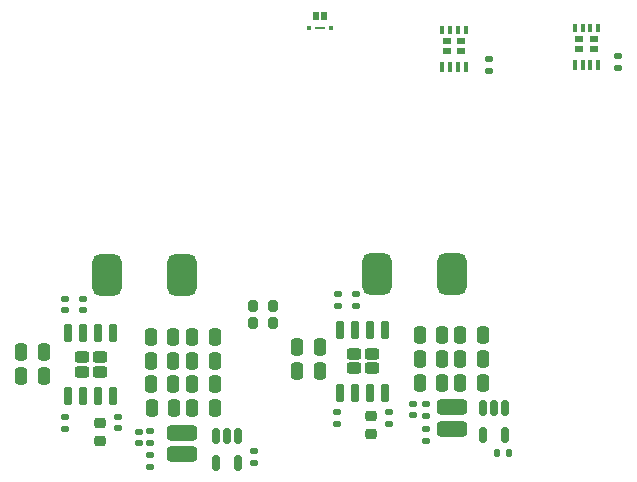
<source format=gbr>
%TF.GenerationSoftware,KiCad,Pcbnew,(6.0.9)*%
%TF.CreationDate,2022-11-26T14:01:21+01:00*%
%TF.ProjectId,PWR_PCB,5057525f-5043-4422-9e6b-696361645f70,rev?*%
%TF.SameCoordinates,Original*%
%TF.FileFunction,Paste,Top*%
%TF.FilePolarity,Positive*%
%FSLAX46Y46*%
G04 Gerber Fmt 4.6, Leading zero omitted, Abs format (unit mm)*
G04 Created by KiCad (PCBNEW (6.0.9)) date 2022-11-26 14:01:21*
%MOMM*%
%LPD*%
G01*
G04 APERTURE LIST*
G04 Aperture macros list*
%AMRoundRect*
0 Rectangle with rounded corners*
0 $1 Rounding radius*
0 $2 $3 $4 $5 $6 $7 $8 $9 X,Y pos of 4 corners*
0 Add a 4 corners polygon primitive as box body*
4,1,4,$2,$3,$4,$5,$6,$7,$8,$9,$2,$3,0*
0 Add four circle primitives for the rounded corners*
1,1,$1+$1,$2,$3*
1,1,$1+$1,$4,$5*
1,1,$1+$1,$6,$7*
1,1,$1+$1,$8,$9*
0 Add four rect primitives between the rounded corners*
20,1,$1+$1,$2,$3,$4,$5,0*
20,1,$1+$1,$4,$5,$6,$7,0*
20,1,$1+$1,$6,$7,$8,$9,0*
20,1,$1+$1,$8,$9,$2,$3,0*%
G04 Aperture macros list end*
%ADD10RoundRect,0.140000X0.170000X-0.140000X0.170000X0.140000X-0.170000X0.140000X-0.170000X-0.140000X0*%
%ADD11RoundRect,0.250000X0.250000X0.475000X-0.250000X0.475000X-0.250000X-0.475000X0.250000X-0.475000X0*%
%ADD12RoundRect,0.250000X-0.250000X-0.475000X0.250000X-0.475000X0.250000X0.475000X-0.250000X0.475000X0*%
%ADD13RoundRect,0.150000X-0.150000X0.512500X-0.150000X-0.512500X0.150000X-0.512500X0.150000X0.512500X0*%
%ADD14RoundRect,0.242500X0.382500X-0.242500X0.382500X0.242500X-0.382500X0.242500X-0.382500X-0.242500X0*%
%ADD15RoundRect,0.150000X0.150000X-0.650000X0.150000X0.650000X-0.150000X0.650000X-0.150000X-0.650000X0*%
%ADD16R,0.300000X0.750000*%
%ADD17R,0.300000X0.830000*%
%ADD18R,0.635000X0.510000*%
%ADD19RoundRect,0.135000X0.185000X-0.135000X0.185000X0.135000X-0.185000X0.135000X-0.185000X-0.135000X0*%
%ADD20RoundRect,0.225000X-0.250000X0.225000X-0.250000X-0.225000X0.250000X-0.225000X0.250000X0.225000X0*%
%ADD21RoundRect,0.200000X-0.200000X-0.275000X0.200000X-0.275000X0.200000X0.275000X-0.200000X0.275000X0*%
%ADD22RoundRect,0.325000X0.975000X-0.325000X0.975000X0.325000X-0.975000X0.325000X-0.975000X-0.325000X0*%
%ADD23RoundRect,0.625000X0.625000X1.125000X-0.625000X1.125000X-0.625000X-1.125000X0.625000X-1.125000X0*%
%ADD24R,0.600000X0.800000*%
%ADD25R,0.350000X0.300000*%
%ADD26R,0.870000X0.235000*%
%ADD27RoundRect,0.140000X-0.170000X0.140000X-0.170000X-0.140000X0.170000X-0.140000X0.170000X0.140000X0*%
%ADD28RoundRect,0.140000X0.140000X0.170000X-0.140000X0.170000X-0.140000X-0.170000X0.140000X-0.170000X0*%
%ADD29RoundRect,0.200000X0.200000X0.275000X-0.200000X0.275000X-0.200000X-0.275000X0.200000X-0.275000X0*%
G04 APERTURE END LIST*
D10*
%TO.C,C23*%
X115240000Y-67580000D03*
X115240000Y-66620000D03*
%TD*%
D11*
%TO.C,C14*%
X99820000Y-72250000D03*
X97920000Y-72250000D03*
%TD*%
D12*
%TO.C,C26*%
X124090000Y-72100000D03*
X125990000Y-72100000D03*
%TD*%
D11*
%TO.C,C27*%
X122590000Y-72100000D03*
X120690000Y-72100000D03*
%TD*%
D13*
%TO.C,U3*%
X127890000Y-76262500D03*
X126940000Y-76262500D03*
X125990000Y-76262500D03*
X125990000Y-78537500D03*
X127890000Y-78537500D03*
%TD*%
D11*
%TO.C,C4*%
X88820000Y-73530000D03*
X86920000Y-73530000D03*
%TD*%
D14*
%TO.C,U2*%
X93585000Y-73170000D03*
X92035000Y-73170000D03*
X93585000Y-71970000D03*
X92035000Y-71970000D03*
D15*
X90905000Y-75220000D03*
X92175000Y-75220000D03*
X93445000Y-75220000D03*
X94715000Y-75220000D03*
X94715000Y-69920000D03*
X93445000Y-69920000D03*
X92175000Y-69920000D03*
X90905000Y-69920000D03*
%TD*%
D16*
%TO.C,Q1*%
X135755000Y-44090000D03*
D17*
X135755000Y-47200000D03*
X133805000Y-47200000D03*
X134455000Y-47200000D03*
D16*
X133805000Y-44090000D03*
X135105000Y-44090000D03*
D18*
X135406000Y-45020000D03*
X135406000Y-45880000D03*
D17*
X135105000Y-47200000D03*
D18*
X134154000Y-45020000D03*
D16*
X134455000Y-44090000D03*
D18*
X134154000Y-45880000D03*
%TD*%
D10*
%TO.C,C3*%
X106600000Y-80900000D03*
X106600000Y-79940000D03*
%TD*%
D17*
%TO.C,Q2*%
X124549000Y-47370000D03*
X122599000Y-47370000D03*
D16*
X123899000Y-44260000D03*
D18*
X124200000Y-45190000D03*
D16*
X122599000Y-44260000D03*
D17*
X123899000Y-47370000D03*
D18*
X122948000Y-45190000D03*
X124200000Y-46050000D03*
D16*
X123249000Y-44260000D03*
X124549000Y-44260000D03*
D18*
X122948000Y-46050000D03*
D17*
X123249000Y-47370000D03*
%TD*%
D10*
%TO.C,C22*%
X113792000Y-67586800D03*
X113792000Y-66626800D03*
%TD*%
D19*
%TO.C,R6*%
X121240000Y-76910000D03*
X121240000Y-75890000D03*
%TD*%
D11*
%TO.C,C1*%
X88820000Y-71500000D03*
X86920000Y-71500000D03*
%TD*%
%TO.C,C30*%
X122590000Y-70100000D03*
X120690000Y-70100000D03*
%TD*%
D19*
%TO.C,R5*%
X113640000Y-77610000D03*
X113640000Y-76590000D03*
%TD*%
%TO.C,R7*%
X121240000Y-79020000D03*
X121240000Y-78000000D03*
%TD*%
D13*
%TO.C,U1*%
X105320000Y-78612500D03*
X104370000Y-78612500D03*
X103420000Y-78612500D03*
X103420000Y-80887500D03*
X105320000Y-80887500D03*
%TD*%
D12*
%TO.C,C10*%
X101420000Y-72250000D03*
X103320000Y-72250000D03*
%TD*%
%TO.C,C29*%
X124090000Y-74100000D03*
X125990000Y-74100000D03*
%TD*%
D10*
%TO.C,C7*%
X92120000Y-67980000D03*
X92120000Y-67020000D03*
%TD*%
D20*
%TO.C,C18*%
X116540000Y-76925000D03*
X116540000Y-78475000D03*
%TD*%
D12*
%TO.C,C25*%
X120690000Y-74100000D03*
X122590000Y-74100000D03*
%TD*%
%TO.C,C13*%
X97920000Y-70250000D03*
X99820000Y-70250000D03*
%TD*%
D19*
%TO.C,R10*%
X126500000Y-47760000D03*
X126500000Y-46740000D03*
%TD*%
D21*
%TO.C,R12*%
X106575000Y-67580000D03*
X108225000Y-67580000D03*
%TD*%
D12*
%TO.C,C11*%
X101400000Y-70250000D03*
X103300000Y-70250000D03*
%TD*%
D22*
%TO.C,R4*%
X100520000Y-78350000D03*
X100520000Y-80150000D03*
%TD*%
D11*
%TO.C,C12*%
X99870000Y-76250000D03*
X97970000Y-76250000D03*
%TD*%
D20*
%TO.C,C2*%
X93620000Y-77500000D03*
X93620000Y-79050000D03*
%TD*%
D22*
%TO.C,R8*%
X123440000Y-76200000D03*
X123440000Y-78000000D03*
%TD*%
D11*
%TO.C,C9*%
X103320000Y-76250000D03*
X101420000Y-76250000D03*
%TD*%
%TO.C,C20*%
X112202000Y-73100000D03*
X110302000Y-73100000D03*
%TD*%
%TO.C,C15*%
X99820000Y-74250000D03*
X97920000Y-74250000D03*
%TD*%
D19*
%TO.C,R9*%
X137500000Y-47510000D03*
X137500000Y-46490000D03*
%TD*%
D23*
%TO.C,L2*%
X117040000Y-64900000D03*
X123440000Y-64900000D03*
%TD*%
D24*
%TO.C,Q3*%
X112550000Y-43075000D03*
X111850000Y-43075000D03*
D25*
X111275000Y-44050000D03*
D26*
X112240000Y-44050000D03*
D25*
X113125000Y-44050000D03*
%TD*%
D27*
%TO.C,C21*%
X118040000Y-76620000D03*
X118040000Y-77580000D03*
%TD*%
D14*
%TO.C,U4*%
X115065000Y-71700000D03*
X116615000Y-71700000D03*
X116615000Y-72900000D03*
X115065000Y-72900000D03*
D15*
X113935000Y-74950000D03*
X115205000Y-74950000D03*
X116475000Y-74950000D03*
X117745000Y-74950000D03*
X117745000Y-69650000D03*
X116475000Y-69650000D03*
X115205000Y-69650000D03*
X113935000Y-69650000D03*
%TD*%
D28*
%TO.C,C19*%
X128200000Y-80100000D03*
X127240000Y-80100000D03*
%TD*%
D23*
%TO.C,L1*%
X94170000Y-65000000D03*
X100570000Y-65000000D03*
%TD*%
D10*
%TO.C,C8*%
X96870000Y-79230000D03*
X96870000Y-78270000D03*
%TD*%
%TO.C,C6*%
X90620000Y-67980000D03*
X90620000Y-67020000D03*
%TD*%
D29*
%TO.C,R11*%
X108225000Y-69100000D03*
X106575000Y-69100000D03*
%TD*%
D11*
%TO.C,C17*%
X112190000Y-71100000D03*
X110290000Y-71100000D03*
%TD*%
D12*
%TO.C,C16*%
X101420000Y-74250000D03*
X103320000Y-74250000D03*
%TD*%
D19*
%TO.C,R3*%
X97870000Y-81260000D03*
X97870000Y-80240000D03*
%TD*%
D12*
%TO.C,C28*%
X124090000Y-70100000D03*
X125990000Y-70100000D03*
%TD*%
D19*
%TO.C,R2*%
X97870000Y-79260000D03*
X97870000Y-78240000D03*
%TD*%
%TO.C,R1*%
X90620000Y-78010000D03*
X90620000Y-76990000D03*
%TD*%
D10*
%TO.C,C24*%
X120140000Y-76880000D03*
X120140000Y-75920000D03*
%TD*%
D27*
%TO.C,C5*%
X95120000Y-77020000D03*
X95120000Y-77980000D03*
%TD*%
M02*

</source>
